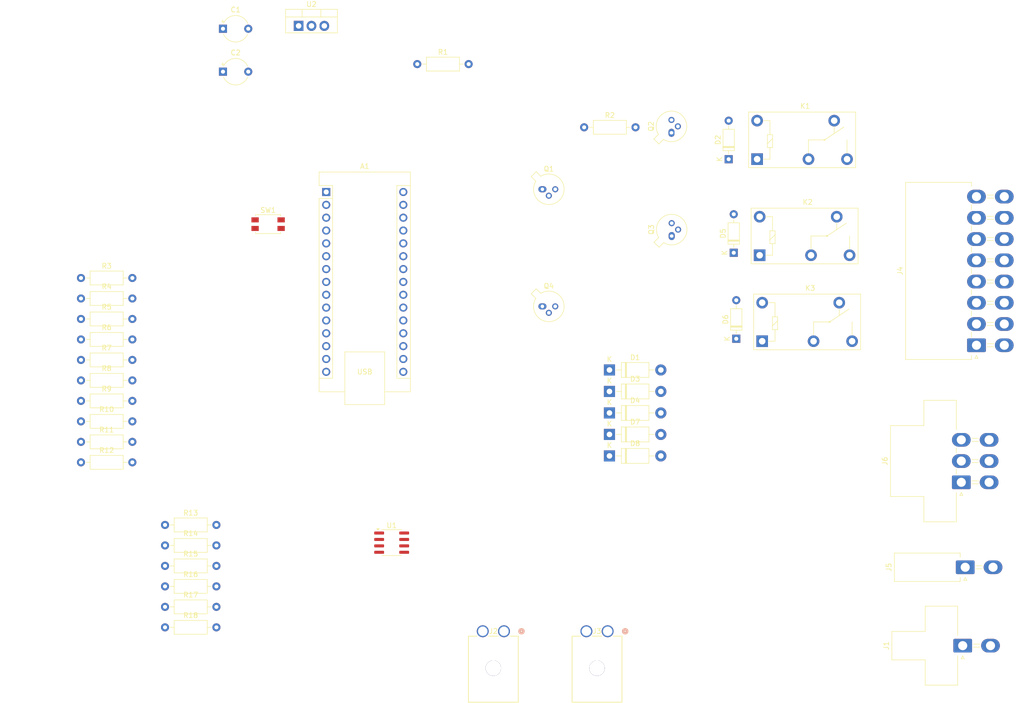
<source format=kicad_pcb>
(kicad_pcb (version 20241229) (generator "pcbnew") (generator_version "9.0")
  (layers (0 "F.Cu" signal) (2 "B.Cu" signal) (13 "F.Paste" user) (15 "B.Paste" user) (5 "F.SilkS" user "F.Silkscreen") (7 "B.SilkS" user "B.Silkscreen") (1 "F.Mask" user) (3 "B.Mask" user) (25 "Edge.Cuts" user))
  (net 0 "")
  (net 2 "Net-(A1-~{RESET})")
  (net 5 "Net-(A1-D1{slash}TX)")
  (net 7 "Net-(A1-D7)")
  (net 8 "Net-(A1-A0)")
  (net 9 "/Battery Box Temp Sensor")
  (net 10 "Net-(A1-D0{slash}RX)")
  (net 11 "GND")
  (net 12 "Net-(A1-D2)")
  (net 15 "/Battery 2 On{slash}Off")
  (net 16 "Net-(A1-A2)")
  (net 17 "Net-(A1-D6)")
  (net 18 "Net-(A1-A1)")
  (net 19 "VIN")
  (net 21 "Net-(A1-D13{slash}SCK)")
  (net 23 "/Battery 2 On{slash}Off Switch Sensor")
  (net 24 "Net-(A1-A3)")
  (net 25 "/12V Power On{slash}Off")
  (net 27 "/Starter Battery Sensor")
  (net 28 "Net-(A1-D3)")
  (net 29 "Net-(A1-D4)")
  (net 30 "+5V")
  (net 31 "+12V")
  (net 32 "/Solar Switch")
  (net 33 "Net-(D2-A)")
  (net 34 "Net-(D3-A)")
  (net 35 "Net-(D4-A)")
  (net 36 "Net-(D5-A)")
  (net 37 "Net-(D6-A)")
  (net 38 "/Battery 2")
  (net 39 "/Battery 1")
  (net 40 "/RS485 Tx")
  (net 41 "/RS485 Rx")
  (net 42 "/Battery 1 In Sensor")
  (net 43 "/Battery Box Fan")
  (net 44 "/Battery 1 Out Sensor")
  (net 45 "/Battery 2 In Sensor")
  (net 46 "/Battery 2 Out Sensor")
  (net 47 "Net-(J5-Pin_1)")
  (net 48 "Net-(J6-Pin_1)")
  (net 49 "Net-(J6-Pin_2)")
  (net 52 "Net-(Q1-B)")
  (net 53 "Net-(Q2-B)")
  (net 54 "Net-(Q3-B)")
  (net 55 "Net-(Q4-B)")
  (footprint "Resistor_THT:R_Axial_DIN0207_L6.3mm_D2.5mm_P10.16mm_Horizontal" (layer "F.Cu") (at 133.42 39.5)
    (property "Reference" "R2" (at 5.08 -2.37 0) (layer "F.SilkS"))
    (property "Value" "1k")
    (pad "1" thru_hole circle (at 0 0) (size 1.6 1.6) (drill 0.8) (layers "*.Cu" "*.Mask") (net 21 "Net-(A1-D13{slash}SCK)"))
    (pad "2" thru_hole oval (at 10.16 0) (size 1.6 1.6) (drill 0.8) (layers "*.Cu" "*.Mask") (net 53 "Net-(Q2-B)"))
  )
  (footprint "Package_TO_SOT_THT:TO-220-3_Vertical" (layer "F.Cu") (at 76.96 19.445)
    (property "Reference" "U2" (at 2.54 -4.27 0) (layer "F.SilkS"))
    (property "Value" "LM7805")
    (pad "1" thru_hole rect (at 0 0) (size 1.905 2) (drill 1.1) (layers "*.Cu" "*.Mask") (net 19 "VIN"))
    (pad "2" thru_hole oval (at 2.54 0) (size 1.905 2) (drill 1.1) (layers "*.Cu" "*.Mask") (net 11 "GND"))
    (pad "3" thru_hole oval (at 5.08 0) (size 1.905 2) (drill 1.1) (layers "*.Cu" "*.Mask") (net 30 "+5V"))
  )
  (footprint "Resistor_THT:R_Axial_DIN0207_L6.3mm_D2.5mm_P10.16mm_Horizontal" (layer "F.Cu") (at 33.92 77.4)
    (property "Reference" "R5" (at 5.08 -2.37 0) (layer "F.SilkS"))
    (property "Value" "35.7K 1%")
    (pad "1" thru_hole circle (at 0 0) (size 1.6 1.6) (drill 0.8) (layers "*.Cu" "*.Mask") (net 42 "/Battery 1 In Sensor"))
    (pad "2" thru_hole oval (at 10.16 0) (size 1.6 1.6) (drill 0.8) (layers "*.Cu" "*.Mask") (net 8 "Net-(A1-A0)"))
  )
  (footprint "Capacitor_THT:CP_Radial_Tantal_D5.0mm_P5.00mm" (layer "F.Cu") (at 62 20.01)
    (property "Reference" "C1" (at 2.5 -3.75 0) (layer "F.SilkS"))
    (property "Value" "0.33uF")
    (pad "1" thru_hole rect (at 0 0) (size 1.6 1.6) (drill 0.8) (layers "*.Cu" "*.Mask") (net 19 "VIN"))
    (pad "2" thru_hole circle (at 5 0) (size 1.6 1.6) (drill 0.8) (layers "*.Cu" "*.Mask") (net 11 "GND"))
  )
  (footprint "Relay_THT:Relay_SPDT_Omron-G5Q-1" (layer "F.Cu") (at 167.625 45.8)
    (property "Reference" "K1" (at 9.5 -10.5 180) (layer "F.SilkS"))
    (property "Value" "G5Q-1")
    (pad "1" thru_hole rect (at 0 0 180) (size 2.3 2.3) (drill 1.3) (layers "*.Cu" "*.Mask") (net 31 "+12V"))
    (pad "2" thru_hole circle (at 10.16 0 180) (size 2.3 2.3) (drill 1.3) (layers "*.Cu" "*.Mask") (net 31 "+12V"))
    (pad "3" thru_hole circle (at 17.78 0 180) (size 2.3 2.3) (drill 1.3) (layers "*.Cu" "*.Mask") (net 43 "/Battery Box Fan"))
    (pad "4" thru_hole circle (at 15.24 -7.62 180) (size 2.3 2.3) (drill 1.3) (layers "*.Cu" "*.Mask"))
    (pad "5" thru_hole circle (at 0 -7.62 180) (size 2.3 2.3) (drill 1.3) (layers "*.Cu" "*.Mask") (net 33 "Net-(D2-A)"))
  )
  (footprint "Resistor_THT:R_Axial_DIN0207_L6.3mm_D2.5mm_P10.16mm_Horizontal" (layer "F.Cu") (at 33.92 97.65)
    (property "Reference" "R10" (at 5.08 -2.37 0) (layer "F.SilkS"))
    (property "Value" "10K 1%")
    (pad "1" thru_hole circle (at 0 0) (size 1.6 1.6) (drill 0.8) (layers "*.Cu" "*.Mask") (net 16 "Net-(A1-A2)"))
    (pad "2" thru_hole oval (at 10.16 0) (size 1.6 1.6) (drill 0.8) (layers "*.Cu" "*.Mask") (net 11 "GND"))
  )
  (footprint "Diode_THT:D_DO-35_SOD27_P7.62mm_Horizontal" (layer "F.Cu") (at 163 64.31 90)
    (property "Reference" "D5" (at 3.81 -2.12 90) (layer "F.SilkS"))
    (property "Value" "1N914")
    (fp_text user "K" (at 0 -1.8 90) (layer "F.SilkS"))
    (pad "1" thru_hole rect (at 0 0 90) (size 1.6 1.6) (drill 0.8) (layers "*.Cu" "*.Mask") (net 31 "+12V"))
    (pad "2" thru_hole oval (at 7.62 0 90) (size 1.6 1.6) (drill 0.8) (layers "*.Cu" "*.Mask") (net 36 "Net-(D5-A)"))
  )
  (footprint "Connector_Molex:Molex_Mini-Fit_Jr_5569-06A1_2x03_P4.20mm_Horizontal" (layer "F.Cu") (at 208 109.7 90)
    (property "Reference" "J6" (at 4.2 -15.1 90) (layer "F.SilkS"))
    (property "Value" "Fuse and Switch Box")
    (pad "" np_thru_hole circle (at -4.5 -4.2 90) (size 3.2 3.2) (drill 3.2) (layers "*.Cu" "*.Mask"))
    (pad "" np_thru_hole circle (at 12.9 -4.2 90) (size 3.2 3.2) (drill 3.2) (layers "*.Cu" "*.Mask"))
    (pad "1" thru_hole roundrect (at 0 0 90) (size 2.7 3.7) (drill 1.8) (layers "*.Cu" "*.Mask") (roundrect_rratio 0.092593) (net 48 "Net-(J6-Pin_1)"))
    (pad "2" thru_hole oval (at 4.2 0 90) (size 2.7 3.7) (drill 1.8) (layers "*.Cu" "*.Mask") (net 49 "Net-(J6-Pin_2)"))
    (pad "3" thru_hole oval (at 8.4 0 90) (size 2.7 3.7) (drill 1.8) (layers "*.Cu" "*.Mask") (net 37 "Net-(D6-A)"))
    (pad "4" thru_hole oval (at 0 5.5 90) (size 2.7 3.7) (drill 1.8) (layers "*.Cu" "*.Mask") (net 11 "GND"))
    (pad "5" thru_hole oval (at 4.2 5.5 90) (size 2.7 3.7) (drill 1.8) (layers "*.Cu" "*.Mask") (net 32 "/Solar Switch"))
    (pad "6" thru_hole oval (at 8.4 5.5 90) (size 2.7 3.7) (drill 1.8) (layers "*.Cu" "*.Mask") (net 11 "GND"))
  )
  (footprint "Capacitor_THT:CP_Radial_Tantal_D5.0mm_P5.00mm" (layer "F.Cu") (at 62 28.5)
    (property "Reference" "C2" (at 2.5 -3.75 0) (layer "F.SilkS"))
    (property "Value" "0.1uF")
    (pad "1" thru_hole rect (at 0 0) (size 1.6 1.6) (drill 0.8) (layers "*.Cu" "*.Mask") (net 30 "+5V"))
    (pad "2" thru_hole circle (at 5 0) (size 1.6 1.6) (drill 0.8) (layers "*.Cu" "*.Mask") (net 11 "GND"))
  )
  (footprint "Relay_THT:Relay_SPDT_Omron-G5Q-1" (layer "F.Cu") (at 168.125 64.8)
    (property "Reference" "K2" (at 9.5 -10.5 180) (layer "F.SilkS"))
    (property "Value" "G5Q-1")
    (pad "1" thru_hole rect (at 0 0 180) (size 2.3 2.3) (drill 1.3) (layers "*.Cu" "*.Mask") (net 31 "+12V"))
    (pad "2" thru_hole circle (at 10.16 0 180) (size 2.3 2.3) (drill 1.3) (layers "*.Cu" "*.Mask") (net 31 "+12V"))
    (pad "3" thru_hole circle (at 17.78 0 180) (size 2.3 2.3) (drill 1.3) (layers "*.Cu" "*.Mask") (net 49 "Net-(J6-Pin_2)"))
    (pad "4" thru_hole circle (at 15.24 -7.62 180) (size 2.3 2.3) (drill 1.3) (layers "*.Cu" "*.Mask"))
    (pad "5" thru_hole circle (at 0 -7.62 180) (size 2.3 2.3) (drill 1.3) (layers "*.Cu" "*.Mask") (net 36 "Net-(D5-A)"))
  )
  (footprint "Diode_THT:D_DO-35_SOD27_P7.62mm_Horizontal" (layer "F.Cu") (at 163.5 81.31 90)
    (property "Reference" "D6" (at 3.81 -2.12 90) (layer "F.SilkS"))
    (property "Value" "1N914")
    (fp_text user "K" (at 0 -1.8 90) (layer "F.SilkS"))
    (pad "1" thru_hole rect (at 0 0 90) (size 1.6 1.6) (drill 0.8) (layers "*.Cu" "*.Mask") (net 31 "+12V"))
    (pad "2" thru_hole oval (at 7.62 0 90) (size 1.6 1.6) (drill 0.8) (layers "*.Cu" "*.Mask") (net 37 "Net-(D6-A)"))
  )
  (footprint "Package_TO_SOT_THT:TO-18-3" (layer "F.Cu") (at 125.165248 51.754447)
    (property "Reference" "Q1" (at 1.27 -4.02 0) (layer "F.SilkS"))
    (property "Value" "BC337")
    (pad "1" thru_hole oval (at 0 0) (size 1.6 1.2) (drill 0.7) (layers "*.Cu" "*.Mask") (net 11 "GND"))
    (pad "2" thru_hole circle (at 1.27 1.27) (size 1.2 1.2) (drill 0.7) (layers "*.Cu" "*.Mask") (net 52 "Net-(Q1-B)"))
    (pad "3" thru_hole circle (at 2.54 0) (size 1.2 1.2) (drill 0.7) (layers "*.Cu" "*.Mask") (net 32 "/Solar Switch"))
  )
  (footprint "Resistor_THT:R_Axial_DIN0207_L6.3mm_D2.5mm_P10.16mm_Horizontal" (layer "F.Cu") (at 100.42 27)
    (property "Reference" "R1" (at 5.08 -2.37 0) (layer "F.SilkS"))
    (property "Value" "150")
    (pad "1" thru_hole circle (at 0 0) (size 1.6 1.6) (drill 0.8) (layers "*.Cu" "*.Mask") (net 52 "Net-(Q1-B)"))
    (pad "2" thru_hole oval (at 10.16 0) (size 1.6 1.6) (drill 0.8) (layers "*.Cu" "*.Mask") (net 28 "Net-(A1-D3)"))
  )
  (footprint "Resistor_THT:R_Axial_DIN0207_L6.3mm_D2.5mm_P10.16mm_Horizontal" (layer "F.Cu") (at 33.92 81.45)
    (property "Reference" "R6" (at 5.08 -2.37 0) (layer "F.SilkS"))
    (property "Value" "10K 1%")
    (pad "1" thru_hole circle (at 0 0) (size 1.6 1.6) (drill 0.8) (layers "*.Cu" "*.Mask") (net 8 "Net-(A1-A0)"))
    (pad "2" thru_hole oval (at 10.16 0) (size 1.6 1.6) (drill 0.8) (layers "*.Cu" "*.Mask") (net 11 "GND"))
  )
  (footprint "Connector_Molex:CONN_SD-172648-0000_02_MOL" (layer "F.Cu") (at 138.0666 139.1541)
    (property "Reference" "J3" (at -2.1 0 0) (layer "F.SilkS"))
    (property "Value" "Output Flow Sensor")
    (pad "1" thru_hole circle (at 0 0) (size 2.3622 2.3622) (drill 1.8542) (layers "*.Cu" "*.Mask") (net 30 "+5V"))
    (pad "2" thru_hole circle (at -4.199998 0) (size 2.3622 2.3622) (drill 1.8542) (layers "*.Cu" "*.Mask") (net 7 "Net-(A1-D7)"))
    (pad "3" thru_hole circle (at -2.1 7.300001) (size 3.048 3.048) (drill 3.048) (layers "*.Cu" "*.Mask") (net 11 "GND"))
  )
  (footprint "Diode_THT:D_DO-41_SOD81_P10.16mm_Horizontal" (layer "F.Cu") (at 138.4258 104.484999)
    (property "Reference" "D8" (at 5.08 -2.47 0) (layer "F.SilkS"))
    (property "Value" "1N4001")
    (fp_text user "K" (at 0 -2.1 0) (layer "F.SilkS"))
    (pad "1" thru_hole rect (at 0 0) (size 2.2 2.2) (drill 1.1) (layers "*.Cu" "*.Mask") (net 11 "GND"))
    (pad "2" thru_hole oval (at 10.16 0) (size 2.2 2.2) (drill 1.1) (layers "*.Cu" "*.Mask") (net 39 "/Battery 1"))
  )
  (footprint "Button_Switch_SMD:SW_SPST_EVQP2" (layer "F.Cu") (at 70.925 58.65)
    (property "Reference" "SW1" (at 0 -2.75 0) (layer "F.SilkS"))
    (property "Value" "SW_Push")
    (pad "1" smd rect (at -2.575 -0.85) (size 1.45 1) (layers "F.Cu" "F.Mask" "F.Paste") (net 2 "Net-(A1-~{RESET})"))
    (pad "1" smd rect (at 2.575 -0.85) (size 1.45 1) (layers "F.Cu" "F.Mask" "F.Paste") (net 2 "Net-(A1-~{RESET})"))
    (pad "2" smd rect (at -2.575 0.85) (size 1.45 1) (layers "F.Cu" "F.Mask" "F.Paste") (net 11 "GND"))
    (pad "2" smd rect (at 2.575 0.85) (size 1.45 1) (layers "F.Cu" "F.Mask" "F.Paste") (net 11 "GND"))
  )
  (footprint "Module:Arduino_Nano" (layer "F.Cu") (at 82.4158 52.294999)
    (property "Reference" "A1" (at 7.62 -5.08 0) (layer "F.SilkS"))
    (property "Value" "Arduino_Nano_ESP32")
    (fp_text user "USB" (at 7.62 35.56 0) (layer "F.SilkS"))
    (pad "1" thru_hole rect (at 0 0) (size 1.6 1.6) (drill 1) (layers "*.Cu" "*.Mask") (net 5 "Net-(A1-D1{slash}TX)"))
    (pad "2" thru_hole oval (at 0 2.54) (size 1.6 1.6) (drill 1) (layers "*.Cu" "*.Mask") (net 10 "Net-(A1-D0{slash}RX)"))
    (pad "3" thru_hole oval (at 0 5.08) (size 1.6 1.6) (drill 1) (layers "*.Cu" "*.Mask") (net 2 "Net-(A1-~{RESET})"))
    (pad "4" thru_hole oval (at 0 7.62) (size 1.6 1.6) (drill 1) (layers "*.Cu" "*.Mask") (net 11 "GND"))
    (pad "5" thru_hole oval (at 0 10.16) (size 1.6 1.6) (drill 1) (layers "*.Cu" "*.Mask") (net 12 "Net-(A1-D2)"))
    (pad "6" thru_hole oval (at 0 12.7) (size 1.6 1.6) (drill 1) (layers "*.Cu" "*.Mask") (net 28 "Net-(A1-D3)"))
    (pad "7" thru_hole oval (at 0 15.24) (size 1.6 1.6) (drill 1) (layers "*.Cu" "*.Mask") (net 29 "Net-(A1-D4)"))
    (pad "8" thru_hole oval (at 0 17.78) (size 1.6 1.6) (drill 1) (layers "*.Cu" "*.Mask"))
    (pad "9" thru_hole oval (at 0 20.32) (size 1.6 1.6) (drill 1) (layers "*.Cu" "*.Mask") (net 17 "Net-(A1-D6)"))
    (pad "10" thru_hole oval (at 0 22.86) (size 1.6 1.6) (drill 1) (layers "*.Cu" "*.Mask") (net 7 "Net-(A1-D7)"))
    (pad "11" thru_hole oval (at 0 25.4) (size 1.6 1.6) (drill 1) (layers "*.Cu" "*.Mask") (net 23 "/Battery 2 On{slash}Off Switch Sensor"))
    (pad "12" thru_hole oval (at 0 27.94) (size 1.6 1.6) (drill 1) (layers "*.Cu" "*.Mask") (net 15 "/Battery 2 On{slash}Off"))
    (pad "13" thru_hole oval (at 0 30.48) (size 1.6 1.6) (drill 1) (layers "*.Cu" "*.Mask") (net 25 "/12V Power On{slash}Off"))
    (pad "14" thru_hole oval (at 0 33.02) (size 1.6 1.6) (drill 1) (layers "*.Cu" "*.Mask"))
    (pad "15" thru_hole oval (at 0 35.56) (size 1.6 1.6) (drill 1) (layers "*.Cu" "*.Mask"))
    (pad "16" thru_hole oval (at 15.24 35.56) (size 1.6 1.6) (drill 1) (layers "*.Cu" "*.Mask") (net 21 "Net-(A1-D13{slash}SCK)"))
    (pad "17" thru_hole oval (at 15.24 33.02) (size 1.6 1.6) (drill 1) (layers "*.Cu" "*.Mask"))
    (pad "18" thru_hole oval (at 15.24 30.48) (size 1.6 1.6) (drill 1) (layers "*.Cu" "*.Mask"))
    (pad "19" thru_hole oval (at 15.24 27.94) (size 1.6 1.6) (drill 1) (layers "*.Cu" "*.Mask") (net 8 "Net-(A1-A0)"))
    (pad "20" thru_hole oval (at 15.24 25.4) (size 1.6 1.6) (drill 1) (layers "*.Cu" "*.Mask") (net 18 "Net-(A1-A1)"))
    (pad "21" thru_hole oval (at 15.24 22.86) (size 1.6 1.6) (drill 1) (layers "*.Cu" "*.Mask") (net 16 "Net-(A1-A2)"))
    (pad "22" thru_hole oval (at 15.24 20.32) (size 1.6 1.6) (drill 1) (layers "*.Cu" "*.Mask") (net 24 "Net-(A1-A3)"))
    (pad "23" thru_hole oval (at 15.24 17.78) (size 1.6 1.6) (drill 1) (layers "*.Cu" "*.Mask") (net 9 "/Battery Box Temp Sensor"))
    (pad "24" thru_hole oval (at 15.24 15.24) (size 1.6 1.6) (drill 1) (layers "*.Cu" "*.Mask"))
    (pad "25" thru_hole oval (at 15.24 12.7) (size 1.6 1.6) (drill 1) (layers "*.Cu" "*.Mask"))
    (pad "26" thru_hole oval (at 15.24 10.16) (size 1.6 1.6) (drill 1) (layers "*.Cu" "*.Mask") (net 27 "/Starter Battery Sensor"))
    (pad "27" thru_hole oval (at 15.24 7.62) (size 1.6 1.6) (drill 1) (layers "*.Cu" "*.Mask"))
    (pad "28" thru_hole oval (at 15.24 5.08) (size 1.6 1.6) (drill 1) (layers "*.Cu" "*.Mask"))
    (pad "29" thru_hole oval (at 15.24 2.54) (size 1.6 1.6) (drill 1) (layers "*.Cu" "*.Mask") (net 11 "GND"))
    (pad "30" thru_hole oval (at 15.24 0) (size 1.6 1.6) (drill 1) (layers "*.Cu" "*.Mask") (net 19 "VIN"))
  )
  (footprint "Resistor_THT:R_Axial_DIN0207_L6.3mm_D2.5mm_P10.16mm_Horizontal" (layer "F.Cu") (at 33.92 85.5)
    (property "Reference" "R7" (at 5.08 -2.37 0) (layer "F.SilkS"))
    (property "Value" "35.7K 1%")
    (pad "1" thru_hole circle (at 0 0) (size 1.6 1.6) (drill 0.8) (layers "*.Cu" "*.Mask") (net 45 "/Battery 2 In Sensor"))
    (pad "2" thru_hole oval (at 10.16 0) (size 1.6 1.6) (drill 0.8) (layers "*.Cu" "*.Mask") (net 18 "Net-(A1-A1)"))
  )
  (footprint "Diode_THT:D_DO-41_SOD81_P10.16mm_Horizontal" (layer "F.Cu") (at 138.4258 91.734999)
    (property "Reference" "D3" (at 5.08 -2.47 0) (layer "F.SilkS"))
    (property "Value" "1N4001")
    (fp_text user "K" (at 0 -2.1 0) (layer "F.SilkS"))
    (pad "1" thru_hole rect (at 0 0) (size 2.2 2.2) (drill 1.1) (layers "*.Cu" "*.Mask") (net 19 "VIN"))
    (pad "2" thru_hole oval (at 10.16 0) (size 2.2 2.2) (drill 1.1) (layers "*.Cu" "*.Mask") (net 34 "Net-(D3-A)"))
  )
  (footprint "Connector_Molex:Molex_Mini-Fit_Jr_5569-02A1_2x01_P4.20mm_Horizontal" (layer "F.Cu") (at 208.275 142 90)
    (property "Reference" "J1" (at 0 -15.1 90) (layer "F.SilkS"))
    (property "Value" "Duoetto Remote")
    (pad "" np_thru_hole circle (at -4.5 -4.2 90) (size 3.2 3.2) (drill 3.2) (layers "*.Cu" "*.Mask"))
    (pad "" np_thru_hole circle (at 4.5 -4.2 90) (size 3.2 3.2) (drill 3.2) (layers "*.Cu" "*.Mask"))
    (pad "1" thru_hole roundrect (at 0 0 90) (size 2.7 3.7) (drill 1.8) (layers "*.Cu" "*.Mask") (roundrect_rratio 0.092593) (net 41 "/RS485 Rx"))
    (pad "2" thru_hole oval (at 0 5.5 90) (size 2.7 3.7) (drill 1.8) (layers "*.Cu" "*.Mask") (net 40 "/RS485 Tx"))
  )
  (footprint "Diode_THT:D_DO-41_SOD81_P10.16mm_Horizontal" (layer "F.Cu") (at 138.4258 87.484999)
    (property "Reference" "D1" (at 5.08 -2.47 0) (layer "F.SilkS"))
    (property "Value" "1N4001")
    (fp_text user "K" (at 0 -2.1 0) (layer "F.SilkS"))
    (pad "1" thru_hole rect (at 0 0) (size 2.2 2.2) (drill 1.1) (layers "*.Cu" "*.Mask") (net 31 "+12V"))
    (pad "2" thru_hole oval (at 10.16 0) (size 2.2 2.2) (drill 1.1) (layers "*.Cu" "*.Mask") (net 32 "/Solar Switch"))
  )
  (footprint "Package_SO:SOIC-8_3.9x4.9mm_P1.27mm" (layer "F.Cu") (at 95.3558 121.634999)
    (property "Reference" "U1" (at 0 -3.4 0) (layer "F.SilkS"))
    (property "Value" "RS485-TTL")
    (pad "1" smd roundrect (at -2.475 -1.905) (size 1.95 0.6) (layers "F.Cu" "F.Mask" "F.Paste") (net 10 "Net-(A1-D0{slash}RX)"))
    (pad "2" smd roundrect (at -2.475 -0.635) (size 1.95 0.6) (layers "F.Cu" "F.Mask" "F.Paste") (net 29 "Net-(A1-D4)"))
    (pad "3" smd roundrect (at -2.475 0.635) (size 1.95 0.6) (layers "F.Cu" "F.Mask" "F.Paste") (net 29 "Net-(A1-D4)"))
    (pad "4" smd roundrect (at -2.475 1.905) (size 1.95 0.6) (layers "F.Cu" "F.Mask" "F.Paste") (net 5 "Net-(A1-D1{slash}TX)"))
    (pad "5" smd roundrect (at 2.475 1.905) (size 1.95 0.6) (layers "F.Cu" "F.Mask" "F.Paste") (net 11 "GND"))
    (pad "6" smd roundrect (at 2.475 0.635) (size 1.95 0.6) (layers "F.Cu" "F.Mask" "F.Paste") (net 41 "/RS485 Rx"))
    (pad "7" smd roundrect (at 2.475 -0.635) (size 1.95 0.6) (layers "F.Cu" "F.Mask" "F.Paste") (net 40 "/RS485 Tx"))
    (pad "8" smd roundrect (at 2.475 -1.905) (size 1.95 0.6) (layers "F.Cu" "F.Mask" "F.Paste") (net 30 "+5V"))
  )
  (footprint "Relay_THT:Relay_SPDT_Omron-G5Q-1" (layer "F.Cu") (at 168.625 81.8)
    (property "Reference" "K3" (at 9.5 -10.5 180) (layer "F.SilkS"))
    (property "Value" "G5Q-1")
    (pad "1" thru_hole rect (at 0 0 180) (size 2.3 2.3) (drill 1.3) (layers "*.Cu" "*.Mask") (net 31 "+12V"))
    (pad "2" thru_hole circle (at 10.16 0 180) (size 2.3 2.3) (drill 1.3) (layers "*.Cu" "*.Mask") (net 48 "Net-(J6-Pin_1)"))
    (pad "3" thru_hole circle (at 17.78 0 180) (size 2.3 2.3) (drill 1.3) (layers "*.Cu" "*.Mask") (net 38 "/Battery 2"))
    (pad "4" thru_hole circle (at 15.24 -7.62 180) (size 2.3 2.3) (drill 1.3) (layers "*.Cu" "*.Mask") (net 39 "/Battery 1"))
    (pad "5" thru_hole circle (at 0 -7.62 180) (size 2.3 2.3) (drill 1.3) (layers "*.Cu" "*.Mask") (net 37 "Net-(D6-A)"))
  )
  (footprint "Resistor_THT:R_Axial_DIN0207_L6.3mm_D2.5mm_P10.16mm_Horizontal" (layer "F.Cu") (at 33.92 69.3)
    (property "Reference" "R3" (at 5.08 -2.37 0) (layer "F.SilkS"))
    (property "Value" "35.7K 1%")
    (pad "1" thru_hole circle (at 0 0) (size 1.6 1.6) (drill 0.8) (layers "*.Cu" "*.Mask") (net 32 "/Solar Switch"))
    (pad "2" thru_hole oval (at 10.16 0) (size 1.6 1.6) (drill 0.8) (layers "*.Cu" "*.Mask") (net 12 "Net-(A1-D2)"))
  )
  (footprint "Package_TO_SOT_THT:TO-18-3" (layer "F.Cu") (at 150.73 61 90)
    (property "Reference" "Q3" (at 1.27 -4.02 90) (layer "F.SilkS"))
    (property "Value" "BC337")
    (pad "1" thru_hole oval (at 0 0 90) (size 1.6 1.2) (drill 0.7) (layers "*.Cu" "*.Mask") (net 11 "GND"))
    (pad "2" thru_hole circle (at 1.27 1.27 90) (size 1.2 1.2) (drill 0.7) (layers "*.Cu" "*.Mask") (net 54 "Net-(Q3-B)"))
    (pad "3" thru_hole circle (at 2.54 0 90) (size 1.2 1.2) (drill 0.7) (layers "*.Cu" "*.Mask") (net 36 "Net-(D5-A)"))
  )
  (footprint "Package_TO_SOT_THT:TO-18-3" (layer "F.Cu") (at 150.684724 40.585276 90)
    (property "Reference" "Q2" (at 1.27 -4.02 90) (layer "F.SilkS"))
    (property "Value" "BC337")
    (pad "1" thru_hole oval (at 0 0 90) (size 1.6 1.2) (drill 0.7) (layers "*.Cu" "*.Mask") (net 11 "GND"))
    (pad "2" thru_hole circle (at 1.27 1.27 90) (size 1.2 1.2) (drill 0.7) (layers "*.Cu" "*.Mask") (net 53 "Net-(Q2-B)"))
    (pad "3" thru_hole circle (at 2.54 0 90) (size 1.2 1.2) (drill 0.7) (layers "*.Cu" "*.Mask") (net 33 "Net-(D2-A)"))
  )
  (footprint "Resistor_THT:R_Axial_DIN0207_L6.3mm_D2.5mm_P10.16mm_Horizontal" (layer "F.Cu") (at 33.92 105.75)
    (property "Reference" "R12" (at 5.08 -2.37 0) (layer "F.SilkS"))
    (property "Value" "10K 1%")
    (pad "1" thru_hole circle (at 0 0) (size 1.6 1.6) (drill 0.8) (layers "*.Cu" "*.Mask") (net 24 "Net-(A1-A3)"))
    (pad "2" thru_hole oval (at 10.16 0) (size 1.6 1.6) (drill 0.8) (layers "*.Cu" "*.Mask") (net 11 "GND"))
  )
  (footprint "Connector_Molex:Molex_Mini-Fit_Jr_5569-16A2_2x08_P4.20mm_Horizontal" (layer "F.Cu") (at 211 82.6 90)
    (property "Reference" "J4" (at 14.7 -15.1 90) (layer "F.SilkS"))
    (property "Value" "Battery Box")
    (pad "" np_thru_hole circle (at 0 -7.3 90) (size 3 3) (drill 3) (layers "*.Cu" "*.Mask"))
    (pad "" np_thru_hole circle (at 29.4 -7.3 90) (size 3 3) (drill 3) (layers "*.Cu" "*.Mask"))
    (pad "1" thru_hole roundrect (at 0 0 90) (size 2.7 3.7) (drill 1.8) (layers "*.Cu" "*.Mask") (roundrect_rratio 0.092593) (net 41 "/RS485 Rx"))
    (pad "2" thru_hole oval (at 4.2 0 90) (size 2.7 3.7) (drill 1.8) (layers "*.Cu" "*.Mask") (net 40 "/RS485 Tx"))
    (pad "3" thru_hole oval (at 8.4 0 90) (size 2.7 3.7) (drill 1.8) (layers "*.Cu" "*.Mask") (net 43 "/Battery Box Fan"))
    (pad "4" thru_hole oval (at 12.6 0 90) (size 2.7 3.7) (drill 1.8) (layers "*.Cu" "*.Mask") (net 9 "/Battery Box Temp Sensor"))
    (pad "5" thru_hole oval (at 16.8 0 90) (size 2.7 3.7) (drill 1.8) (layers "*.Cu" "*.Mask") (net 30 "+5V"))
    (pad "6" thru_hole oval (at 21 0 90) (size 2.7 3.7) (drill 1.8) (layers "*.Cu" "*.Mask") (net 32 "/Solar Switch"))
    (pad "7" thru_hole oval (at 25.2 0 90) (size 2.7 3.7) (drill 1.8) (layers "*.Cu" "*.Mask") (net 34 "Net-(D3-A)"))
    (pad "8" thru_hole oval (at 29.4 0 90) (size 2.7 3.7) (drill 1.8) (layers "*.Cu" "*.Mask") (net 35 "Net-(D4-A)"))
    (pad "9" thru_hole oval (at 0 5.5 90) (size 2.7 3.7) (drill 1.8) (layers "*.Cu" "*.Mask") (net 42 "/Battery 1 In Sensor"))
    (pad "10" thru_hole oval (at 4.2 5.5 90) (size 2.7 3.7) (drill 1.8) (layers "*.Cu" "*.Mask") (net 45 "/Battery 2 In Sensor"))
    (pad "11" thru_hole oval (at 8.4 5.5 90) (size 2.7 3.7) (drill 1.8) (layers "*.Cu" "*.Mask") (net 44 "/Battery 1 Out Sensor"))
    (pad "12" thru_hole oval (at 12.6 5.5 90) (size 2.7 3.7) (drill 1.8) (layers "*.Cu" "*.Mask") (net 46 "/Battery 2 Out Sensor"))
    (pad "13" thru_hole oval (at 16.8 5.5 90) (size 2.7 3.7) (drill 1.8) (layers "*.Cu" "*.Mask") (net 39 "/Battery 1"))
    (pad "14" thru_hole oval (at 21 5.5 90) (size 2.7 3.7) (drill 1.8) (layers "*.Cu" "*.Mask") (net 38 "/Battery 2"))
    (pad "15" thru_hole oval (at 25.2 5.5 90) (size 2.7 3.7) (drill 1.8) (layers "*.Cu" "*.Mask") (net 31 "+12V"))
    (pad "16" thru_hole oval (at 29.4 5.5 90) (size 2.7 3.7) (drill 1.8) (layers "*.Cu" "*.Mask") (net 11 "GND"))
  )
  (footprint "Resistor_THT:R_Axial_DIN0207_L6.3mm_D2.5mm_P10.16mm_Horizontal" (layer "F.Cu") (at 50.54 130.28)
    (property "Reference" "R16" (at 5.08 -2.37 0) (layer "F.SilkS"))
    (property "Value" "150")
    (pad "1" thru_hole circle (at 0 0) (size 1.6 1.6) (drill 0.8) (layers "*.Cu" "*.Mask") (net 15 "/Battery 2 On{slash}Off"))
    (pad "2" thru_hole oval (at 10.16 0) (size 1.6 1.6) (drill 0.8) (layers "*.Cu" "*.Mask") (net 55 "Net-(Q4-B)"))
  )
  (footprint "Resistor_THT:R_Axial_DIN0207_L6.3mm_D2.5mm_P10.16mm_Horizontal" (layer "F.Cu") (at 50.54 118.13)
    (property "Reference" "R13" (at 5.08 -2.37 0) (layer "F.SilkS"))
    (property "Value" "150")
    (pad "1" thru_hole circle (at 0 0) (size 1.6 1.6) (drill 0.8) (layers "*.Cu" "*.Mask") (net 54 "Net-(Q3-B)"))
    (pad "2" thru_hole oval (at 10.16 0) (size 1.6 1.6) (drill 0.8) (layers "*.Cu" "*.Mask") (net 25 "/12V Power On{slash}Off"))
  )
  (footprint "Package_TO_SOT_THT:TO-18-3" (layer "F.Cu") (at 125.165248 74.912791)
    (property "Reference" "Q4" (at 1.27 -4.02 0) (layer "F.SilkS"))
    (property "Value" "BC337")
    (pad "1" thru_hole oval (at 0 0) (size 1.6 1.2) (drill 0.7) (layers "*.Cu" "*.Mask") (net 11 "GND"))
    (pad "2" thru_hole circle (at 1.27 1.27) (size 1.2 1.2) (drill 0.7) (layers "*.Cu" "*.Mask") (net 55 "Net-(Q4-B)"))
    (pad "3" thru_hole circle (at 2.54 0) (size 1.2 1.2) (drill 0.7) (layers "*.Cu" "*.Mask") (net 37 "Net-(D6-A)"))
  )
  (footprint "Diode_THT:D_DO-41_SOD81_P10.16mm_Horizontal" (layer "F.Cu") (at 138.4258 100.234999)
    (property "Reference" "D7" (at 5.08 -2.47 0) (layer "F.SilkS"))
    (property "Value" "1N4001")
    (fp_text user "K" (at 0 -2.1 0) (layer "F.SilkS"))
    (pad "1" thru_hole rect (at 0 0) (size 2.2 2.2) (drill 1.1) (layers "*.Cu" "*.Mask") (net 11 "GND"))
    (pad "2" thru_hole oval (at 10.16 0) (size 2.2 2.2) (drill 1.1) (layers "*.Cu" "*.Mask") (net 38 "/Battery 2"))
  )
  (footprint "Resistor_THT:R_Axial_DIN0207_L6.3mm_D2.5mm_P10.16mm_Horizontal" (layer "F.Cu") (at 33.92 73.35)
    (property "Reference" "R4" (at 5.08 -2.37 0) (layer "F.SilkS"))
    (property "Value" "10K 1%")
    (pad "1" thru_hole circle (at 0 0) (size 1.6 1.6) (drill 0.8) (layers "*.Cu" "*.Mask") (net 12 "Net-(A1-D2)"))
    (pad "2" thru_hole oval (at 10.16 0) (size 1.6 1.6) (drill 0.8) (layers "*.Cu" "*.Mask") (net 11 "GND"))
  )
  (footprint "Resistor_THT:R_Axial_DIN0207_L6.3mm_D2.5mm_P10.16mm_Horizontal" (layer "F.Cu") (at 50.54 134.33)
    (property "Reference" "R17" (at 5.08 -2.37 0) (layer "F.SilkS"))
    (property "Value" "35.7K 1%")
    (pad "1" thru_hole circle (at 0 0) (size 1.6 1.6) (drill 0.8) (layers "*.Cu" "*.Mask") (net 37 "Net-(D6-A)"))
    (pad "2" thru_hole oval (at 10.16 0) (size 1.6 1.6) (drill 0.8) (layers "*.Cu" "*.Mask") (net 23 "/Battery 2 On{slash}Off Switch Sensor"))
  )
  (footprint "Resistor_THT:R_Axial_DIN0207_L6.3mm_D2.5mm_P10.16mm_Horizontal" (layer "F.Cu") (at 50.54 138.38)
    (property "Reference" "R18" (at 5.08 -2.37 0) (layer "F.SilkS"))
    (property "Value" "10K 1%")
    (pad "1" thru_hole circle (at 0 0) (size 1.6 1.6) (drill 0.8) (layers "*.Cu" "*.Mask") (net 23 "/Battery 2 On{slash}Off Switch Sensor"))
    (pad "2" thru_hole oval (at 10.16 0) (size 1.6 1.6) (drill 0.8) (layers "*.Cu" "*.Mask") (net 11 "GND"))
  )
  (footprint "Resistor_THT:R_Axial_DIN0207_L6.3mm_D2.5mm_P10.16mm_Horizontal" (layer "F.Cu") (at 50.54 126.23)
    (property "Reference" "R15" (at 5.08 -2.37 0) (layer "F.SilkS"))
    (property "Value" "10K 1%")
    (pad "1" thru_hole circle (at 0 0) (size 1.6 1.6) (drill 0.8) (layers "*.Cu" "*.Mask") (net 27 "/Starter Battery Sensor"))
    (pad "2" thru_hole oval (at 10.16 0) (size 1.6 1.6) (drill 0.8) (layers "*.Cu" "*.Mask") (net 11 "GND"))
  )
  (footprint "Resistor_THT:R_Axial_DIN0207_L6.3mm_D2.5mm_P10.16mm_Horizontal" (layer "F.Cu") (at 33.92 101.7)
    (property "Reference" "R11" (at 5.08 -2.37 0) (layer "F.SilkS"))
    (property "Value" "35.7K 1%")
    (pad "1" thru_hole circle (at 0 0) (size 1.6 1.6) (drill 0.8) (layers "*.Cu" "*.Mask") (net 46 "/Battery 2 Out Sensor"))
    (pad "2" thru_hole oval (at 10.16 0) (size 1.6 1.6) (drill 0.8) (layers "*.Cu" "*.Mask") (net 24 "Net-(A1-A3)"))
  )
  (footprint "Resistor_THT:R_Axial_DIN0207_L6.3mm_D2.5mm_P10.16mm_Horizontal" (layer "F.Cu") (at 33.92 93.6)
    (property "Reference" "R9" (at 5.08 -2.37 0) (layer "F.SilkS"))
    (property "Value" "35.7K 1%")
    (pad "1" thru_hole circle (at 0 0) (size 1.6 1.6) (drill 0.8) (layers "*.Cu" "*.Mask") (net 44 "/Battery 1 Out Sensor"))
    (pad "2" thru_hole oval (at 10.16 0) (size 1.6 1.6) (drill 0.8) (layers "*.Cu" "*.Mask") (net 16 "Net-(A1-A2)"))
  )
  (footprint "Diode_THT:D_DO-41_SOD81_P10.16mm_Horizontal" (layer "F.Cu") (at 138.4258 95.984999)
    (property "Reference" "D4" (at 5.08 -2.47 0) (layer "F.SilkS"))
    (property "Value" "1N4001")
    (fp_text user "K" (at 0 -2.1 0) (layer "F.SilkS"))
    (pad "1" thru_hole rect (at 0 0) (size 2.2 2.2) (drill 1.1) (layers "*.Cu" "*.Mask") (net 19 "VIN"))
    (pad "2" thru_hole oval (at 10.16 0) (size 2.2 2.2) (drill 1.1) (layers "*.Cu" "*.Mask") (net 35 "Net-(D4-A)"))
  )
  (footprint "Resistor_THT:R_Axial_DIN0207_L6.3mm_D2.5mm_P10.16mm_Horizontal" (layer "F.Cu") (at 33.92 89.55)
    (property "Reference" "R8" (at 5.08 -2.37 0) (layer "F.SilkS"))
    (property "Value" "10K 1%")
    (pad "1" thru_hole circle (at 0 0) (size 1.6 1.6) (drill 0.8) (layers "*.Cu" "*.Mask") (net 18 "Net-(A1-A1)"))
    (pad "2" thru_hole oval (at 10.16 0) (size 1.6 1.6) (drill 0.8) (layers "*.Cu" "*.Mask") (net 11 "GND"))
  )
  (footprint "Resistor_THT:R_Axial_DIN0207_L6.3mm_D2.5mm_P10.16mm_Horizontal" (layer "F.Cu") (at 50.54 122.18)
    (property "Reference" "R14" (at 5.08 -2.37 0) (layer "F.SilkS"))
    (property "Value" "35.7K 1%")
    (pad "1" thru_hole circle (at 0 0) (size 1.6 1.6) (drill 0.8) (layers "*.Cu" "*.Mask") (net 47 "Net-(J5-Pin_1)"))
    (pad "2" thru_hole oval (at 10.16 0) (size 1.6 1.6) (drill 0.8) (layers "*.Cu" "*.Mask") (net 27 "/Starter Battery Sensor"))
  )
  (footprint "Connector_Molex:Molex_Mini-Fit_Jr_5569-02A2_2x01_P4.20mm_Horizontal" (layer "F.Cu") (at 208.775 126.5 90)
    (property "Reference" "J5" (at 0 -15.1 90) (layer "F.SilkS"))
    (property "Value" "Starter Battery")
    (pad "" np_thru_hole circle (at 0 -7.3 90) (size 3 3) (drill 3) (layers "*.Cu" "*.Mask"))
    (pad "1" thru_hole roundrect (at 0 0 90) (size 2.7 3.7) (drill 1.8) (layers "*.Cu" "*.Mask") (roundrect_rratio 0.092593) (net 47 "Net-(J5-Pin_1)"))
    (pad "2" thru_hole oval (at 0 5.5 90) (size 2.7 3.7) (drill 1.8) (layers "*.Cu" "*.Mask"))
  )
  (footprint "Connector_Molex:CONN_SD-172648-0000_02_MOL" (layer "F.Cu") (at 117.5666 139.1541)
    (property "Reference" "J2" (at -2.1 0 0) (layer "F.SilkS"))
    (property "Value" "Input Flow Sensor")
    (pad "1" thru_hole circle (at 0 0) (size 2.3622 2.3622) (drill 1.8542) (layers "*.Cu" "*.Mask") (net 30 "+5V"))
    (pad "2" thru_hole circle (at -4.199998 0) (size 2.3622 2.3622) (drill 1.8542) (layers "*.Cu" "*.Mask") (net 17 "Net-(A1-D6)"))
    (pad "3" thru_hole circle (at -2.1 7.300001) (size 3.048 3.048) (drill 3.048) (layers "*.Cu" "*.Mask") (net 11 "GND"))
  )
  (footprint "Diode_THT:D_DO-35_SOD27_P7.62mm_Horizontal" (layer "F.Cu") (at 162 45.81 90)
    (property "Reference" "D2" (at 3.81 -2.12 90) (layer "F.SilkS"))
    (property "Value" "1N914")
    (fp_text user "K" (at 0 -1.8 90) (layer "F.SilkS"))
    (pad "1" thru_hole rect (at 0 0 90) (size 1.6 1.6) (drill 0.8) (layers "*.Cu" "*.Mask") (net 31 "+12V"))
    (pad "2" thru_hole oval (at 7.62 0 90) (size 1.6 1.6) (drill 0.8) (layers "*.Cu" "*.Mask") (net 33 "Net-(D2-A)"))
  )
)
</source>
